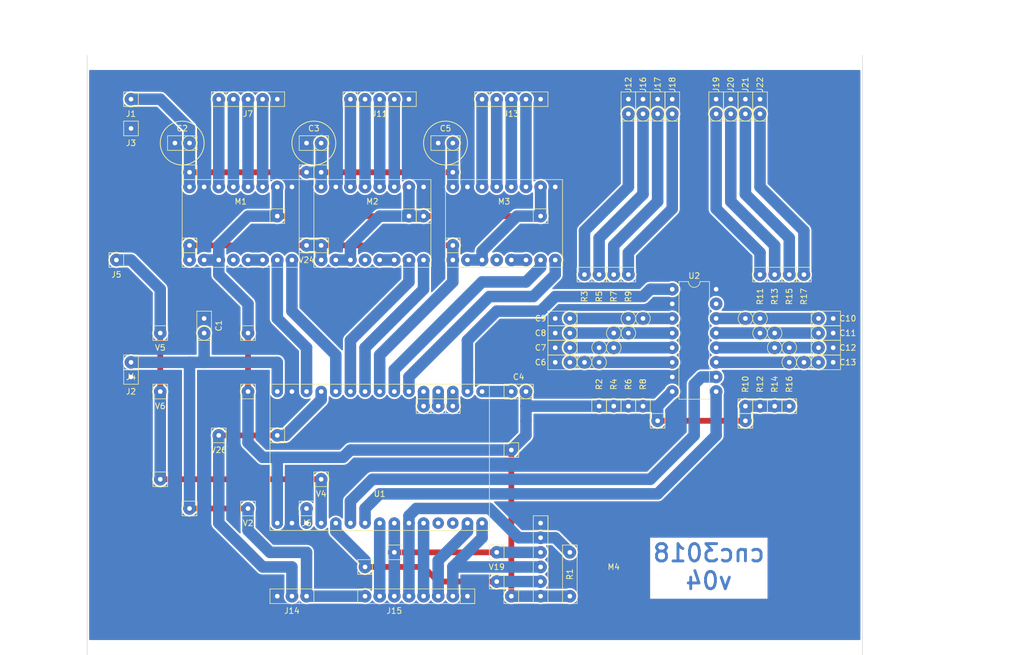
<source format=kicad_pcb>
(kicad_pcb (version 20171130) (host pcbnew "(5.1.6)-1")
  (layers (0 F.Cu signal) (31 B.Cu signal) (34 B.Paste user hide) (35 F.Paste user hide) (36 B.SilkS user hide) (37 F.SilkS user hide) (38 B.Mask user) (39 F.Mask user hide) (44 Edge.Cuts user))
  (net 0 "")
  (net 1 "Net-(C1-Pad1)")
  (net 2 "Net-(C1-Pad2)")
  (net 3 "Net-(C2-Pad1)")
  (net 4 "Net-(C4-Pad1)")
  (net 5 "Net-(C4-Pad2)")
  (net 6 "Net-(C6-Pad1)")
  (net 7 "Net-(C7-Pad1)")
  (net 8 "Net-(C8-Pad1)")
  (net 9 "Net-(C9-Pad1)")
  (net 10 "Net-(C10-Pad1)")
  (net 11 "Net-(C11-Pad1)")
  (net 12 "Net-(C12-Pad1)")
  (net 13 "Net-(C13-Pad1)")
  (net 14 "Net-(J5-Pad1)")
  (net 15 "Net-(J6-Pad1)")
  (net 16 "Net-(J7-Pad1)")
  (net 17 "Net-(J7-Pad2)")
  (net 18 "Net-(J7-Pad3)")
  (net 19 "Net-(J7-Pad4)")
  (net 20 "Net-(J8-Pad1)")
  (net 21 "Net-(J9-Pad1)")
  (net 22 "Net-(J10-Pad1)")
  (net 23 "Net-(J11-Pad4)")
  (net 24 "Net-(J11-Pad3)")
  (net 25 "Net-(J11-Pad2)")
  (net 26 "Net-(J11-Pad1)")
  (net 27 "Net-(J12-Pad1)")
  (net 28 "Net-(J13-Pad1)")
  (net 29 "Net-(J13-Pad2)")
  (net 30 "Net-(J13-Pad3)")
  (net 31 "Net-(J13-Pad4)")
  (net 32 "Net-(J14-Pad2)")
  (net 33 "Net-(J15-Pad2)")
  (net 34 "Net-(J15-Pad3)")
  (net 35 "Net-(J15-Pad4)")
  (net 36 "Net-(J15-Pad5)")
  (net 37 "Net-(J15-Pad6)")
  (net 38 "Net-(J15-Pad7)")
  (net 39 "Net-(J16-Pad1)")
  (net 40 "Net-(J17-Pad1)")
  (net 41 "Net-(J18-Pad1)")
  (net 42 "Net-(J19-Pad1)")
  (net 43 "Net-(J20-Pad1)")
  (net 44 "Net-(J21-Pad1)")
  (net 45 "Net-(J22-Pad1)")
  (net 46 "Net-(M1-Pad1)")
  (net 47 "Net-(M1-Pad2)")
  (net 48 "Net-(M1-Pad3)")
  (net 49 "Net-(M1-Pad5)")
  (net 50 "Net-(M1-Pad8)")
  (net 51 "Net-(M2-Pad1)")
  (net 52 "Net-(M2-Pad2)")
  (net 53 "Net-(M2-Pad3)")
  (net 54 "Net-(M2-Pad5)")
  (net 55 "Net-(M3-Pad5)")
  (net 56 "Net-(M3-Pad3)")
  (net 57 "Net-(M3-Pad2)")
  (net 58 "Net-(M3-Pad1)")
  (net 59 "Net-(M4-Pad5)")
  (net 60 "Net-(U1-Pad14)")
  (net 61 "Net-(U1-Pad18)")
  (net 62 "Net-(U1-Pad19)")
  (net 63 "Net-(U1-Pad24)")
  (net 64 "Net-(U1-Pad25)")
  (net 65 "Net-(U2-Pad15)")
  (module cnc3018-PCB:my2pin (layer F.Cu) (at 22.86 -53.34 90)
    (fp_text reference C1 (at 1.27 2.54 90) (layer F.SilkS))
    (fp_text value 33uf)
    (pad 1 thru_hole circle (at 0 0 90) (size 2.2 2.2) (drill 0.8) (layers *.Cu *.Mask) (net 1 "Net-(C1-Pad1)"))
    (pad 2 thru_hole circle (at 2.54 0 90) (size 2.2 2.2) (drill 0.8) (layers *.Cu *.Mask) (net 2 "Net-(C1-Pad2)"))
  )
  (module cnc3018-PCB:my2pin (layer F.Cu) (at 20.32 -86.36 180)
    (fp_text reference C2 (at 1.27 2.54) (layer F.SilkS))
    (fp_text value 100uf)
    (pad 1 thru_hole circle (at 0 0 180) (size 2.2 2.2) (drill 0.8) (layers *.Cu *.Mask) (net 3 "Net-(C2-Pad1)"))
    (pad 2 thru_hole circle (at 2.54 0 180) (size 2.2 2.2) (drill 0.8) (layers *.Cu *.Mask) (net 2 "Net-(C1-Pad2)"))
  )
  (module cnc3018-PCB:my2pin (layer F.Cu) (at 43.18 -86.36 180)
    (fp_text reference C3 (at 1.27 2.54) (layer F.SilkS))
    (fp_text value 100uf)
    (pad 2 thru_hole circle (at 2.54 0 180) (size 2.2 2.2) (drill 0.8) (layers *.Cu *.Mask) (net 2 "Net-(C1-Pad2)"))
    (pad 1 thru_hole circle (at 0 0 180) (size 2.2 2.2) (drill 0.8) (layers *.Cu *.Mask) (net 3 "Net-(C2-Pad1)"))
  )
  (module cnc3018-PCB:my2pin (layer F.Cu) (at 78.74 -43.18 180)
    (fp_text reference C4 (at 1.27 2.54) (layer F.SilkS))
    (fp_text value 10uF)
    (pad 1 thru_hole circle (at 0 0 180) (size 2.2 2.2) (drill 0.8) (layers *.Cu *.Mask) (net 4 "Net-(C4-Pad1)"))
    (pad 2 thru_hole circle (at 2.54 0 180) (size 2.2 2.2) (drill 0.8) (layers *.Cu *.Mask) (net 5 "Net-(C4-Pad2)"))
  )
  (module cnc3018-PCB:my2pin (layer F.Cu) (at 66.04 -86.36 180)
    (fp_text reference C5 (at 1.27 2.54) (layer F.SilkS))
    (fp_text value 100uf)
    (pad 1 thru_hole circle (at 0 0 180) (size 2.2 2.2) (drill 0.8) (layers *.Cu *.Mask) (net 3 "Net-(C2-Pad1)"))
    (pad 2 thru_hole circle (at 2.54 0 180) (size 2.2 2.2) (drill 0.8) (layers *.Cu *.Mask) (net 2 "Net-(C1-Pad2)"))
  )
  (module cnc3018-PCB:my2pin (layer F.Cu) (at 86.36 -48.26 180)
    (fp_text reference C6 (at 5.08 0) (layer F.SilkS))
    (fp_text value 100nf)
    (pad 1 thru_hole circle (at 0 0 180) (size 2.2 2.2) (drill 0.8) (layers *.Cu *.Mask) (net 6 "Net-(C6-Pad1)"))
    (pad 2 thru_hole circle (at 2.54 0 180) (size 2.2 2.2) (drill 0.8) (layers *.Cu *.Mask) (net 2 "Net-(C1-Pad2)"))
  )
  (module cnc3018-PCB:my2pin (layer F.Cu) (at 86.36 -50.8 180)
    (fp_text reference C7 (at 5.08 0) (layer F.SilkS))
    (fp_text value 100nf)
    (pad 2 thru_hole circle (at 2.54 0 180) (size 2.2 2.2) (drill 0.8) (layers *.Cu *.Mask) (net 2 "Net-(C1-Pad2)"))
    (pad 1 thru_hole circle (at 0 0 180) (size 2.2 2.2) (drill 0.8) (layers *.Cu *.Mask) (net 7 "Net-(C7-Pad1)"))
  )
  (module cnc3018-PCB:my2pin (layer F.Cu) (at 86.36 -53.34 180)
    (fp_text reference C8 (at 5.08 0) (layer F.SilkS))
    (fp_text value 100nf)
    (pad 1 thru_hole circle (at 0 0 180) (size 2.2 2.2) (drill 0.8) (layers *.Cu *.Mask) (net 8 "Net-(C8-Pad1)"))
    (pad 2 thru_hole circle (at 2.54 0 180) (size 2.2 2.2) (drill 0.8) (layers *.Cu *.Mask) (net 2 "Net-(C1-Pad2)"))
  )
  (module cnc3018-PCB:my2pin (layer F.Cu) (at 86.36 -55.88 180)
    (fp_text reference C9 (at 5.08 0) (layer F.SilkS))
    (fp_text value 100nf)
    (pad 2 thru_hole circle (at 2.54 0 180) (size 2.2 2.2) (drill 0.8) (layers *.Cu *.Mask) (net 2 "Net-(C1-Pad2)"))
    (pad 1 thru_hole circle (at 0 0 180) (size 2.2 2.2) (drill 0.8) (layers *.Cu *.Mask) (net 9 "Net-(C9-Pad1)"))
  )
  (module cnc3018-PCB:my2pin (layer F.Cu) (at 129.54 -55.88)
    (fp_text reference C10 (at 5.08 0) (layer F.SilkS))
    (fp_text value 100nf)
    (pad 1 thru_hole circle (at 0 0) (size 2.2 2.2) (drill 0.8) (layers *.Cu *.Mask) (net 10 "Net-(C10-Pad1)"))
    (pad 2 thru_hole circle (at 2.54 0) (size 2.2 2.2) (drill 0.8) (layers *.Cu *.Mask) (net 2 "Net-(C1-Pad2)"))
  )
  (module cnc3018-PCB:my2pin (layer F.Cu) (at 129.54 -53.34)
    (fp_text reference C11 (at 5.08 0) (layer F.SilkS))
    (fp_text value 100nf)
    (pad 2 thru_hole circle (at 2.54 0) (size 2.2 2.2) (drill 0.8) (layers *.Cu *.Mask) (net 2 "Net-(C1-Pad2)"))
    (pad 1 thru_hole circle (at 0 0) (size 2.2 2.2) (drill 0.8) (layers *.Cu *.Mask) (net 11 "Net-(C11-Pad1)"))
  )
  (module cnc3018-PCB:my2pin (layer F.Cu) (at 129.54 -50.8)
    (fp_text reference C12 (at 5.08 0) (layer F.SilkS))
    (fp_text value 100nf)
    (pad 1 thru_hole circle (at 0 0) (size 2.2 2.2) (drill 0.8) (layers *.Cu *.Mask) (net 12 "Net-(C12-Pad1)"))
    (pad 2 thru_hole circle (at 2.54 0) (size 2.2 2.2) (drill 0.8) (layers *.Cu *.Mask) (net 2 "Net-(C1-Pad2)"))
  )
  (module cnc3018-PCB:my2pin (layer F.Cu) (at 129.54 -48.26)
    (fp_text reference C13 (at 5.08 0) (layer F.SilkS))
    (fp_text value 100nf)
    (pad 2 thru_hole circle (at 2.54 0) (size 2.2 2.2) (drill 0.8) (layers *.Cu *.Mask) (net 2 "Net-(C1-Pad2)"))
    (pad 1 thru_hole circle (at 0 0) (size 2.2 2.2) (drill 0.8) (layers *.Cu *.Mask) (net 13 "Net-(C13-Pad1)"))
  )
  (module cnc3018-PCB:my1pin (layer F.Cu) (at 10.16 -93.98)
    (fp_text reference J1 (at 0 2.54) (layer F.SilkS))
    (fp_text value 24V)
    (pad 1 thru_hole circle (at 0 0) (size 2.2 2.2) (drill 0.8) (layers *.Cu *.Mask) (net 3 "Net-(C2-Pad1)"))
  )
  (module cnc3018-PCB:my1pin (layer F.Cu) (at 10.16 -45.72)
    (fp_text reference J2 (at 0 2.54) (layer F.SilkS))
    (fp_text value GND)
    (pad 1 thru_hole circle (at 0 0) (size 2.2 2.2) (drill 0.8) (layers *.Cu *.Mask) (net 2 "Net-(C1-Pad2)"))
  )
  (module cnc3018-PCB:my1pin (layer F.Cu) (at 10.16 -88.9)
    (fp_text reference J3 (at 0 2.54) (layer F.SilkS))
    (fp_text value GND)
    (pad 1 thru_hole circle (at 0 0) (size 2.2 2.2) (drill 0.8) (layers *.Cu *.Mask) (net 2 "Net-(C1-Pad2)"))
  )
  (module cnc3018-PCB:my1pin (layer F.Cu) (at 10.16 -48.26)
    (fp_text reference J4 (at 0 2.54) (layer F.SilkS))
    (fp_text value 5V)
    (pad 1 thru_hole circle (at 0 0) (size 2.2 2.2) (drill 0.8) (layers *.Cu *.Mask) (net 1 "Net-(C1-Pad1)"))
  )
  (module cnc3018-PCB:my1pin (layer F.Cu) (at 7.62 -66.04)
    (fp_text reference J5 (at 0 2.54) (layer F.SilkS))
    (fp_text value SPIN)
    (pad 1 thru_hole circle (at 0 0) (size 2.2 2.2) (drill 0.8) (layers *.Cu *.Mask) (net 14 "Net-(J5-Pad1)"))
  )
  (module cnc3018-PCB:my1pin (layer F.Cu) (at 40.64 -22.86)
    (fp_text reference J6 (at 0 2.54) (layer F.SilkS))
    (fp_text value bbb hide)
    (pad 1 thru_hole circle (at 0 0) (size 2.2 2.2) (drill 0.8) (layers *.Cu *.Mask) (net 15 "Net-(J6-Pad1)"))
  )
  (module cnc3018-PCB:my5Pin (layer F.Cu) (at 30.48 -93.98)
    (fp_text reference J7 (at 0 2.54) (layer F.SilkS))
    (fp_text value X)
    (pad 1 thru_hole circle (at -5.08 0) (size 2.2 2.2) (drill 0.8) (layers *.Cu *.Mask) (net 16 "Net-(J7-Pad1)"))
    (pad 2 thru_hole circle (at -2.54 0) (size 2.2 2.2) (drill 0.8) (layers *.Cu *.Mask) (net 17 "Net-(J7-Pad2)"))
    (pad 3 thru_hole circle (at 0 0) (size 2.2 2.2) (drill 0.8) (layers *.Cu *.Mask) (net 18 "Net-(J7-Pad3)"))
    (pad 4 thru_hole circle (at 2.54 0) (size 2.2 2.2) (drill 0.8) (layers *.Cu *.Mask) (net 19 "Net-(J7-Pad4)"))
    (pad 5 thru_hole circle (at 5.08 0) (size 2.2 2.2) (drill 0.8) (layers *.Cu *.Mask) (net 2 "Net-(C1-Pad2)"))
  )
  (module cnc3018-PCB:my1pin (layer F.Cu) (at 60.96 -40.64)
    (fp_text reference J8 hide)
    (fp_text value bbb hide)
    (pad 1 thru_hole circle (at 0 0) (size 2.2 2.2) (drill 0.8) (layers *.Cu *.Mask) (net 20 "Net-(J8-Pad1)"))
  )
  (module cnc3018-PCB:my1pin (layer F.Cu) (at 63.5 -40.64)
    (fp_text reference J9 hide)
    (fp_text value bbb hide)
    (pad 1 thru_hole circle (at 0 0) (size 2.2 2.2) (drill 0.8) (layers *.Cu *.Mask) (net 21 "Net-(J9-Pad1)"))
  )
  (module cnc3018-PCB:my1pin (layer F.Cu) (at 66.04 -40.64)
    (fp_text reference J10 hide)
    (fp_text value bbb hide)
    (pad 1 thru_hole circle (at 0 0) (size 2.2 2.2) (drill 0.8) (layers *.Cu *.Mask) (net 22 "Net-(J10-Pad1)"))
  )
  (module cnc3018-PCB:my5Pin (layer F.Cu) (at 53.34 -93.98)
    (fp_text reference J11 (at 0 2.54) (layer F.SilkS))
    (fp_text value Y)
    (pad 5 thru_hole circle (at 5.08 0) (size 2.2 2.2) (drill 0.8) (layers *.Cu *.Mask) (net 2 "Net-(C1-Pad2)"))
    (pad 4 thru_hole circle (at 2.54 0) (size 2.2 2.2) (drill 0.8) (layers *.Cu *.Mask) (net 23 "Net-(J11-Pad4)"))
    (pad 3 thru_hole circle (at 0 0) (size 2.2 2.2) (drill 0.8) (layers *.Cu *.Mask) (net 24 "Net-(J11-Pad3)"))
    (pad 2 thru_hole circle (at -2.54 0) (size 2.2 2.2) (drill 0.8) (layers *.Cu *.Mask) (net 25 "Net-(J11-Pad2)"))
    (pad 1 thru_hole circle (at -5.08 0) (size 2.2 2.2) (drill 0.8) (layers *.Cu *.Mask) (net 26 "Net-(J11-Pad1)"))
  )
  (module cnc3018-PCB:my2pin (layer F.Cu) (at 96.52 -91.44 90)
    (fp_text reference J12 (at 5.08 0 90) (layer F.SilkS))
    (fp_text value X_ZERO)
    (pad 2 thru_hole circle (at 2.54 0 90) (size 2.2 2.2) (drill 0.8) (layers *.Cu *.Mask) (net 2 "Net-(C1-Pad2)"))
    (pad 1 thru_hole circle (at 0 0 90) (size 2.2 2.2) (drill 0.8) (layers *.Cu *.Mask) (net 27 "Net-(J12-Pad1)"))
  )
  (module cnc3018-PCB:my5Pin (layer F.Cu) (at 76.2 -93.98)
    (fp_text reference J13 (at 0 2.54) (layer F.SilkS))
    (fp_text value Z)
    (pad 1 thru_hole circle (at -5.08 0) (size 2.2 2.2) (drill 0.8) (layers *.Cu *.Mask) (net 28 "Net-(J13-Pad1)"))
    (pad 2 thru_hole circle (at -2.54 0) (size 2.2 2.2) (drill 0.8) (layers *.Cu *.Mask) (net 29 "Net-(J13-Pad2)"))
    (pad 3 thru_hole circle (at 0 0) (size 2.2 2.2) (drill 0.8) (layers *.Cu *.Mask) (net 30 "Net-(J13-Pad3)"))
    (pad 4 thru_hole circle (at 2.54 0) (size 2.2 2.2) (drill 0.8) (layers *.Cu *.Mask) (net 31 "Net-(J13-Pad4)"))
    (pad 5 thru_hole circle (at 5.08 0) (size 2.2 2.2) (drill 0.8) (layers *.Cu *.Mask) (net 2 "Net-(C1-Pad2)"))
  )
  (module cnc3018-PCB:my3pin (layer F.Cu) (at 38.1 -7.62 180)
    (fp_text reference J14 (at 0 -2.54) (layer F.SilkS))
    (fp_text value "WS2812B Strip")
    (pad 1 thru_hole circle (at -2.54 0 180) (size 2.2 2.2) (drill 0.8) (layers *.Cu *.Mask) (net 1 "Net-(C1-Pad1)"))
    (pad 2 thru_hole circle (at 0 0 180) (size 2.2 2.2) (drill 0.8) (layers *.Cu *.Mask) (net 32 "Net-(J14-Pad2)"))
    (pad 3 thru_hole circle (at 2.54 0 180) (size 2.2 2.2) (drill 0.8) (layers *.Cu *.Mask) (net 2 "Net-(C1-Pad2)"))
  )
  (module cnc3018-PCB:my8Pin (layer F.Cu) (at 60.96 -7.62 180)
    (fp_text reference J15 (at 5.08 -2.54) (layer F.SilkS))
    (fp_text value Display)
    (pad 1 thru_hole circle (at -7.62 0 180) (size 2.2 2.2) (drill 0.8) (layers *.Cu *.Mask) (net 2 "Net-(C1-Pad2)"))
    (pad 2 thru_hole circle (at -5.08 0 180) (size 2.2 2.2) (drill 0.8) (layers *.Cu *.Mask) (net 33 "Net-(J15-Pad2)"))
    (pad 3 thru_hole circle (at -2.54 0 180) (size 2.2 2.2) (drill 0.8) (layers *.Cu *.Mask) (net 34 "Net-(J15-Pad3)"))
    (pad 4 thru_hole circle (at 0 0 180) (size 2.2 2.2) (drill 0.8) (layers *.Cu *.Mask) (net 35 "Net-(J15-Pad4)"))
    (pad 5 thru_hole circle (at 2.54 0 180) (size 2.2 2.2) (drill 0.8) (layers *.Cu *.Mask) (net 36 "Net-(J15-Pad5)"))
    (pad 6 thru_hole circle (at 5.08 0 180) (size 2.2 2.2) (drill 0.8) (layers *.Cu *.Mask) (net 37 "Net-(J15-Pad6)"))
    (pad 7 thru_hole circle (at 7.62 0 180) (size 2.2 2.2) (drill 0.8) (layers *.Cu *.Mask) (net 38 "Net-(J15-Pad7)"))
    (pad 8 thru_hole circle (at 10.16 0 180) (size 2.2 2.2) (drill 0.8) (layers *.Cu *.Mask) (net 1 "Net-(C1-Pad1)"))
  )
  (module cnc3018-PCB:my2pin (layer F.Cu) (at 99.06 -91.44 90)
    (fp_text reference J16 (at 5.08 0 90) (layer F.SilkS))
    (fp_text value X_LIM)
    (pad 1 thru_hole circle (at 0 0 90) (size 2.2 2.2) (drill 0.8) (layers *.Cu *.Mask) (net 39 "Net-(J16-Pad1)"))
    (pad 2 thru_hole circle (at 2.54 0 90) (size 2.2 2.2) (drill 0.8) (layers *.Cu *.Mask) (net 2 "Net-(C1-Pad2)"))
  )
  (module cnc3018-PCB:my2pin (layer F.Cu) (at 101.6 -91.44 90)
    (fp_text reference J17 (at 5.08 0 90) (layer F.SilkS))
    (fp_text value Y_ZERO)
    (pad 2 thru_hole circle (at 2.54 0 90) (size 2.2 2.2) (drill 0.8) (layers *.Cu *.Mask) (net 2 "Net-(C1-Pad2)"))
    (pad 1 thru_hole circle (at 0 0 90) (size 2.2 2.2) (drill 0.8) (layers *.Cu *.Mask) (net 40 "Net-(J17-Pad1)"))
  )
  (module cnc3018-PCB:my2pin (layer F.Cu) (at 104.14 -91.44 90)
    (fp_text reference J18 (at 5.08 0 90) (layer F.SilkS))
    (fp_text value Y_LIM)
    (pad 2 thru_hole circle (at 2.54 0 90) (size 2.2 2.2) (drill 0.8) (layers *.Cu *.Mask) (net 2 "Net-(C1-Pad2)"))
    (pad 1 thru_hole circle (at 0 0 90) (size 2.2 2.2) (drill 0.8) (layers *.Cu *.Mask) (net 41 "Net-(J18-Pad1)"))
  )
  (module cnc3018-PCB:my2pin (layer F.Cu) (at 111.76 -91.44 90)
    (fp_text reference J19 (at 5.08 0 90) (layer F.SilkS))
    (fp_text value Z_ZERO)
    (pad 2 thru_hole circle (at 2.54 0 90) (size 2.2 2.2) (drill 0.8) (layers *.Cu *.Mask) (net 2 "Net-(C1-Pad2)"))
    (pad 1 thru_hole circle (at 0 0 90) (size 2.2 2.2) (drill 0.8) (layers *.Cu *.Mask) (net 42 "Net-(J19-Pad1)"))
  )
  (module cnc3018-PCB:my2pin (layer F.Cu) (at 114.3 -91.44 90)
    (fp_text reference J20 (at 5.08 0 90) (layer F.SilkS))
    (fp_text value Z_LIM)
    (pad 1 thru_hole circle (at 0 0 90) (size 2.2 2.2) (drill 0.8) (layers *.Cu *.Mask) (net 43 "Net-(J20-Pad1)"))
    (pad 2 thru_hole circle (at 2.54 0 90) (size 2.2 2.2) (drill 0.8) (layers *.Cu *.Mask) (net 2 "Net-(C1-Pad2)"))
  )
  (module cnc3018-PCB:my2pin (layer F.Cu) (at 116.84 -91.44 90)
    (fp_text reference J21 (at 5.08 0 90) (layer F.SilkS))
    (fp_text value PROBE)
    (pad 1 thru_hole circle (at 0 0 90) (size 2.2 2.2) (drill 0.8) (layers *.Cu *.Mask) (net 44 "Net-(J21-Pad1)"))
    (pad 2 thru_hole circle (at 2.54 0 90) (size 2.2 2.2) (drill 0.8) (layers *.Cu *.Mask) (net 2 "Net-(C1-Pad2)"))
  )
  (module cnc3018-PCB:my2pin (layer F.Cu) (at 119.38 -91.44 90)
    (fp_text reference J22 (at 5.08 0 90) (layer F.SilkS))
    (fp_text value UNUSED)
    (pad 2 thru_hole circle (at 2.54 0 90) (size 2.2 2.2) (drill 0.8) (layers *.Cu *.Mask) (net 2 "Net-(C1-Pad2)"))
    (pad 1 thru_hole circle (at 0 0 90) (size 2.2 2.2) (drill 0.8) (layers *.Cu *.Mask) (net 45 "Net-(J22-Pad1)"))
  )
  (module cnc3018-PCB:a498 (layer F.Cu) (at 30.48 -71.12 180)
    (fp_text reference M1 (at 1.27 5.08) (layer F.SilkS))
    (fp_text value A4988 hide)
    (pad 1 thru_hole circle (at -7.62 -5.08 180) (size 2.2 2.2) (drill 0.8) (layers *.Cu *.Mask) (net 46 "Net-(M1-Pad1)"))
    (pad 2 thru_hole circle (at -5.08 -5.08 180) (size 2.2 2.2) (drill 0.8) (layers *.Cu *.Mask) (net 47 "Net-(M1-Pad2)"))
    (pad 3 thru_hole circle (at -2.54 -5.08 180) (size 2.2 2.2) (drill 0.8) (layers *.Cu *.Mask) (net 48 "Net-(M1-Pad3)"))
    (pad 4 thru_hole circle (at 0 -5.08 180) (size 2.2 2.2) (drill 0.8) (layers *.Cu *.Mask) (net 48 "Net-(M1-Pad3)"))
    (pad 5 thru_hole circle (at 2.54 -5.08 180) (size 2.2 2.2) (drill 0.8) (layers *.Cu *.Mask) (net 49 "Net-(M1-Pad5)"))
    (pad 6 thru_hole circle (at 5.08 -5.08 180) (size 2.2 2.2) (drill 0.8) (layers *.Cu *.Mask) (net 4 "Net-(C4-Pad1)"))
    (pad 7 thru_hole circle (at 7.62 -5.08 180) (size 2.2 2.2) (drill 0.8) (layers *.Cu *.Mask) (net 4 "Net-(C4-Pad1)"))
    (pad 8 thru_hole circle (at 10.16 -5.08 180) (size 2.2 2.2) (drill 0.8) (layers *.Cu *.Mask) (net 50 "Net-(M1-Pad8)"))
    (pad 16 thru_hole circle (at -7.62 7.62 180) (size 2.2 2.2) (drill 0.8) (layers *.Cu *.Mask) (net 2 "Net-(C1-Pad2)"))
    (pad 15 thru_hole circle (at -5.08 7.62 180) (size 2.2 2.2) (drill 0.8) (layers *.Cu *.Mask) (net 4 "Net-(C4-Pad1)"))
    (pad 14 thru_hole circle (at -2.54 7.62 180) (size 2.2 2.2) (drill 0.8) (layers *.Cu *.Mask) (net 19 "Net-(J7-Pad4)"))
    (pad 13 thru_hole circle (at 0 7.62 180) (size 2.2 2.2) (drill 0.8) (layers *.Cu *.Mask) (net 18 "Net-(J7-Pad3)"))
    (pad 12 thru_hole circle (at 2.54 7.62 180) (size 2.2 2.2) (drill 0.8) (layers *.Cu *.Mask) (net 17 "Net-(J7-Pad2)"))
    (pad 11 thru_hole circle (at 5.08 7.62 180) (size 2.2 2.2) (drill 0.8) (layers *.Cu *.Mask) (net 16 "Net-(J7-Pad1)"))
    (pad 10 thru_hole circle (at 7.62 7.62 180) (size 2.2 2.2) (drill 0.8) (layers *.Cu *.Mask) (net 2 "Net-(C1-Pad2)"))
    (pad 9 thru_hole circle (at 10.16 7.62 180) (size 2.2 2.2) (drill 0.8) (layers *.Cu *.Mask) (net 3 "Net-(C2-Pad1)"))
  )
  (module cnc3018-PCB:a498 (layer F.Cu) (at 53.34 -71.12 180)
    (fp_text reference M2 (at 1.27 5.08) (layer F.SilkS))
    (fp_text value A4988 hide)
    (pad 1 thru_hole circle (at -7.62 -5.08 180) (size 2.2 2.2) (drill 0.8) (layers *.Cu *.Mask) (net 51 "Net-(M2-Pad1)"))
    (pad 2 thru_hole circle (at -5.08 -5.08 180) (size 2.2 2.2) (drill 0.8) (layers *.Cu *.Mask) (net 52 "Net-(M2-Pad2)"))
    (pad 3 thru_hole circle (at -2.54 -5.08 180) (size 2.2 2.2) (drill 0.8) (layers *.Cu *.Mask) (net 53 "Net-(M2-Pad3)"))
    (pad 4 thru_hole circle (at 0 -5.08 180) (size 2.2 2.2) (drill 0.8) (layers *.Cu *.Mask) (net 53 "Net-(M2-Pad3)"))
    (pad 5 thru_hole circle (at 2.54 -5.08 180) (size 2.2 2.2) (drill 0.8) (layers *.Cu *.Mask) (net 54 "Net-(M2-Pad5)"))
    (pad 6 thru_hole circle (at 5.08 -5.08 180) (size 2.2 2.2) (drill 0.8) (layers *.Cu *.Mask) (net 4 "Net-(C4-Pad1)"))
    (pad 7 thru_hole circle (at 7.62 -5.08 180) (size 2.2 2.2) (drill 0.8) (layers *.Cu *.Mask) (net 4 "Net-(C4-Pad1)"))
    (pad 8 thru_hole circle (at 10.16 -5.08 180) (size 2.2 2.2) (drill 0.8) (layers *.Cu *.Mask) (net 50 "Net-(M1-Pad8)"))
    (pad 16 thru_hole circle (at -7.62 7.62 180) (size 2.2 2.2) (drill 0.8) (layers *.Cu *.Mask) (net 2 "Net-(C1-Pad2)"))
    (pad 15 thru_hole circle (at -5.08 7.62 180) (size 2.2 2.2) (drill 0.8) (layers *.Cu *.Mask) (net 4 "Net-(C4-Pad1)"))
    (pad 14 thru_hole circle (at -2.54 7.62 180) (size 2.2 2.2) (drill 0.8) (layers *.Cu *.Mask) (net 23 "Net-(J11-Pad4)"))
    (pad 13 thru_hole circle (at 0 7.62 180) (size 2.2 2.2) (drill 0.8) (layers *.Cu *.Mask) (net 24 "Net-(J11-Pad3)"))
    (pad 12 thru_hole circle (at 2.54 7.62 180) (size 2.2 2.2) (drill 0.8) (layers *.Cu *.Mask) (net 25 "Net-(J11-Pad2)"))
    (pad 11 thru_hole circle (at 5.08 7.62 180) (size 2.2 2.2) (drill 0.8) (layers *.Cu *.Mask) (net 26 "Net-(J11-Pad1)"))
    (pad 10 thru_hole circle (at 7.62 7.62 180) (size 2.2 2.2) (drill 0.8) (layers *.Cu *.Mask) (net 2 "Net-(C1-Pad2)"))
    (pad 9 thru_hole circle (at 10.16 7.62 180) (size 2.2 2.2) (drill 0.8) (layers *.Cu *.Mask) (net 3 "Net-(C2-Pad1)"))
  )
  (module cnc3018-PCB:a498 (layer F.Cu) (at 76.2 -71.12 180)
    (fp_text reference M3 (at 1.27 5.08) (layer F.SilkS))
    (fp_text value A4988)
    (pad 9 thru_hole circle (at 10.16 7.62 180) (size 2.2 2.2) (drill 0.8) (layers *.Cu *.Mask) (net 3 "Net-(C2-Pad1)"))
    (pad 10 thru_hole circle (at 7.62 7.62 180) (size 2.2 2.2) (drill 0.8) (layers *.Cu *.Mask) (net 2 "Net-(C1-Pad2)"))
    (pad 11 thru_hole circle (at 5.08 7.62 180) (size 2.2 2.2) (drill 0.8) (layers *.Cu *.Mask) (net 28 "Net-(J13-Pad1)"))
    (pad 12 thru_hole circle (at 2.54 7.62 180) (size 2.2 2.2) (drill 0.8) (layers *.Cu *.Mask) (net 29 "Net-(J13-Pad2)"))
    (pad 13 thru_hole circle (at 0 7.62 180) (size 2.2 2.2) (drill 0.8) (layers *.Cu *.Mask) (net 30 "Net-(J13-Pad3)"))
    (pad 14 thru_hole circle (at -2.54 7.62 180) (size 2.2 2.2) (drill 0.8) (layers *.Cu *.Mask) (net 31 "Net-(J13-Pad4)"))
    (pad 15 thru_hole circle (at -5.08 7.62 180) (size 2.2 2.2) (drill 0.8) (layers *.Cu *.Mask) (net 4 "Net-(C4-Pad1)"))
    (pad 16 thru_hole circle (at -7.62 7.62 180) (size 2.2 2.2) (drill 0.8) (layers *.Cu *.Mask) (net 2 "Net-(C1-Pad2)"))
    (pad 8 thru_hole circle (at 10.16 -5.08 180) (size 2.2 2.2) (drill 0.8) (layers *.Cu *.Mask) (net 50 "Net-(M1-Pad8)"))
    (pad 7 thru_hole circle (at 7.62 -5.08 180) (size 2.2 2.2) (drill 0.8) (layers *.Cu *.Mask) (net 4 "Net-(C4-Pad1)"))
    (pad 6 thru_hole circle (at 5.08 -5.08 180) (size 2.2 2.2) (drill 0.8) (layers *.Cu *.Mask) (net 4 "Net-(C4-Pad1)"))
    (pad 5 thru_hole circle (at 2.54 -5.08 180) (size 2.2 2.2) (drill 0.8) (layers *.Cu *.Mask) (net 55 "Net-(M3-Pad5)"))
    (pad 4 thru_hole circle (at 0 -5.08 180) (size 2.2 2.2) (drill 0.8) (layers *.Cu *.Mask) (net 56 "Net-(M3-Pad3)"))
    (pad 3 thru_hole circle (at -2.54 -5.08 180) (size 2.2 2.2) (drill 0.8) (layers *.Cu *.Mask) (net 56 "Net-(M3-Pad3)"))
    (pad 2 thru_hole circle (at -5.08 -5.08 180) (size 2.2 2.2) (drill 0.8) (layers *.Cu *.Mask) (net 57 "Net-(M3-Pad2)"))
    (pad 1 thru_hole circle (at -7.62 -5.08 180) (size 2.2 2.2) (drill 0.8) (layers *.Cu *.Mask) (net 58 "Net-(M3-Pad1)"))
  )
  (module cnc3018-PCB:my6Pin (layer F.Cu) (at 81.28 -20.32 270)
    (fp_text reference M4 (at 7.62 -12.7 180) (layer F.SilkS))
    (fp_text value SD_TYP0)
    (pad 1 thru_hole circle (at 0 0 270) (size 2.2 2.2) (drill 0.8) (layers *.Cu *.Mask) (net 2 "Net-(C1-Pad2)"))
    (pad 2 thru_hole circle (at 2.54 0 270) (size 2.2 2.2) (drill 0.8) (layers *.Cu *.Mask) (net 36 "Net-(J15-Pad5)"))
    (pad 3 thru_hole circle (at 5.08 0 270) (size 2.2 2.2) (drill 0.8) (layers *.Cu *.Mask) (net 37 "Net-(J15-Pad6)"))
    (pad 4 thru_hole circle (at 7.62 0 270) (size 2.2 2.2) (drill 0.8) (layers *.Cu *.Mask) (net 33 "Net-(J15-Pad2)"))
    (pad 5 thru_hole circle (at 10.16 0 270) (size 2.2 2.2) (drill 0.8) (layers *.Cu *.Mask) (net 59 "Net-(M4-Pad5)"))
    (pad 6 thru_hole circle (at 12.7 0 270) (size 2.2 2.2) (drill 0.8) (layers *.Cu *.Mask) (net 4 "Net-(C4-Pad1)"))
  )
  (module cnc3018-PCB:myResistor (layer F.Cu) (at 86.36 -7.62 90)
    (fp_text reference R1 (at 3.81 0 90) (layer F.SilkS))
    (fp_text value 10K)
    (pad 1 thru_hole circle (at 0 0 90) (size 2.2 2.2) (drill 0.8) (layers *.Cu *.Mask) (net 4 "Net-(C4-Pad1)"))
    (pad 2 thru_hole circle (at 7.62 0 90) (size 2.2 2.2) (drill 0.8) (layers *.Cu *.Mask) (net 36 "Net-(J15-Pad5)"))
  )
  (module cnc3018-PCB:mySkip2 (layer F.Cu) (at 91.44 -40.64 90)
    (fp_text reference R2 (at 3.81 0 90) (layer F.SilkS))
    (fp_text value 10K)
    (pad 1 thru_hole circle (at 0 0 90) (size 2.2 2.2) (drill 0.8) (layers *.Cu *.Mask) (net 4 "Net-(C4-Pad1)"))
    (pad 2 thru_hole circle (at 7.62 0 90) (size 2.2 2.2) (drill 0.8) (layers *.Cu *.Mask) (net 6 "Net-(C6-Pad1)"))
  )
  (module cnc3018-PCB:mySkip5 (layer F.Cu) (at 88.9 -63.5 270)
    (fp_text reference R3 (at 3.81 0 90) (layer F.SilkS))
    (fp_text value 100)
    (pad 2 thru_hole circle (at 15.24 0 270) (size 2.2 2.2) (drill 0.8) (layers *.Cu *.Mask) (net 6 "Net-(C6-Pad1)"))
    (pad 1 thru_hole circle (at 0 0 270) (size 2.2 2.2) (drill 0.8) (layers *.Cu *.Mask) (net 27 "Net-(J12-Pad1)"))
  )
  (module cnc3018-PCB:mySkip3 (layer F.Cu) (at 93.98 -40.64 90)
    (fp_text reference R4 (at 3.81 0 90) (layer F.SilkS))
    (fp_text value 10K)
    (pad 1 thru_hole circle (at 0 0 90) (size 2.2 2.2) (drill 0.8) (layers *.Cu *.Mask) (net 4 "Net-(C4-Pad1)"))
    (pad 2 thru_hole circle (at 10.16 0 90) (size 2.2 2.2) (drill 0.8) (layers *.Cu *.Mask) (net 7 "Net-(C7-Pad1)"))
  )
  (module cnc3018-PCB:mySkip4 (layer F.Cu) (at 91.44 -63.5 270)
    (fp_text reference R5 (at 3.81 0 90) (layer F.SilkS))
    (fp_text value 100)
    (pad 2 thru_hole circle (at 12.7 0 270) (size 2.2 2.2) (drill 0.8) (layers *.Cu *.Mask) (net 7 "Net-(C7-Pad1)"))
    (pad 1 thru_hole circle (at 0 0 270) (size 2.2 2.2) (drill 0.8) (layers *.Cu *.Mask) (net 39 "Net-(J16-Pad1)"))
  )
  (module cnc3018-PCB:mySkip4 (layer F.Cu) (at 96.52 -40.64 90)
    (fp_text reference R6 (at 3.81 0 90) (layer F.SilkS))
    (fp_text value 10K)
    (pad 2 thru_hole circle (at 12.7 0 90) (size 2.2 2.2) (drill 0.8) (layers *.Cu *.Mask) (net 8 "Net-(C8-Pad1)"))
    (pad 1 thru_hole circle (at 0 0 90) (size 2.2 2.2) (drill 0.8) (layers *.Cu *.Mask) (net 4 "Net-(C4-Pad1)"))
  )
  (module cnc3018-PCB:mySkip3 (layer F.Cu) (at 93.98 -63.5 270)
    (fp_text reference R7 (at 3.81 0 90) (layer F.SilkS))
    (fp_text value 100)
    (pad 2 thru_hole circle (at 10.16 0 270) (size 2.2 2.2) (drill 0.8) (layers *.Cu *.Mask) (net 8 "Net-(C8-Pad1)"))
    (pad 1 thru_hole circle (at 0 0 270) (size 2.2 2.2) (drill 0.8) (layers *.Cu *.Mask) (net 40 "Net-(J17-Pad1)"))
  )
  (module cnc3018-PCB:mySkip5 (layer F.Cu) (at 99.06 -40.64 90)
    (fp_text reference R8 (at 3.81 0 90) (layer F.SilkS))
    (fp_text value 10K)
    (pad 2 thru_hole circle (at 15.24 0 90) (size 2.2 2.2) (drill 0.8) (layers *.Cu *.Mask) (net 9 "Net-(C9-Pad1)"))
    (pad 1 thru_hole circle (at 0 0 90) (size 2.2 2.2) (drill 0.8) (layers *.Cu *.Mask) (net 4 "Net-(C4-Pad1)"))
  )
  (module cnc3018-PCB:mySkip2 (layer F.Cu) (at 96.52 -63.5 270)
    (fp_text reference R9 (at 3.81 0 90) (layer F.SilkS))
    (fp_text value 100)
    (pad 2 thru_hole circle (at 7.62 0 270) (size 2.2 2.2) (drill 0.8) (layers *.Cu *.Mask) (net 9 "Net-(C9-Pad1)"))
    (pad 1 thru_hole circle (at 0 0 270) (size 2.2 2.2) (drill 0.8) (layers *.Cu *.Mask) (net 41 "Net-(J18-Pad1)"))
  )
  (module cnc3018-PCB:mySkip5 (layer F.Cu) (at 116.84 -40.64 90)
    (fp_text reference R10 (at 3.81 0 90) (layer F.SilkS))
    (fp_text value 10K)
    (pad 1 thru_hole circle (at 0 0 90) (size 2.2 2.2) (drill 0.8) (layers *.Cu *.Mask) (net 4 "Net-(C4-Pad1)"))
    (pad 2 thru_hole circle (at 15.24 0 90) (size 2.2 2.2) (drill 0.8) (layers *.Cu *.Mask) (net 10 "Net-(C10-Pad1)"))
  )
  (module cnc3018-PCB:mySkip2 (layer F.Cu) (at 119.38 -63.5 270)
    (fp_text reference R11 (at 3.81 0 90) (layer F.SilkS))
    (fp_text value 100)
    (pad 1 thru_hole circle (at 0 0 270) (size 2.2 2.2) (drill 0.8) (layers *.Cu *.Mask) (net 42 "Net-(J19-Pad1)"))
    (pad 2 thru_hole circle (at 7.62 0 270) (size 2.2 2.2) (drill 0.8) (layers *.Cu *.Mask) (net 10 "Net-(C10-Pad1)"))
  )
  (module cnc3018-PCB:mySkip4 (layer F.Cu) (at 119.38 -40.64 90)
    (fp_text reference R12 (at 3.81 0 90) (layer F.SilkS))
    (fp_text value 10K)
    (pad 1 thru_hole circle (at 0 0 90) (size 2.2 2.2) (drill 0.8) (layers *.Cu *.Mask) (net 4 "Net-(C4-Pad1)"))
    (pad 2 thru_hole circle (at 12.7 0 90) (size 2.2 2.2) (drill 0.8) (layers *.Cu *.Mask) (net 11 "Net-(C11-Pad1)"))
  )
  (module cnc3018-PCB:mySkip3 (layer F.Cu) (at 121.92 -63.5 270)
    (fp_text reference R13 (at 3.81 0 90) (layer F.SilkS))
    (fp_text value 100)
    (pad 1 thru_hole circle (at 0 0 270) (size 2.2 2.2) (drill 0.8) (layers *.Cu *.Mask) (net 43 "Net-(J20-Pad1)"))
    (pad 2 thru_hole circle (at 10.16 0 270) (size 2.2 2.2) (drill 0.8) (layers *.Cu *.Mask) (net 11 "Net-(C11-Pad1)"))
  )
  (module cnc3018-PCB:mySkip3 (layer F.Cu) (at 121.92 -40.64 90)
    (fp_text reference R14 (at 3.81 0 90) (layer F.SilkS))
    (fp_text value 10K)
    (pad 2 thru_hole circle (at 10.16 0 90) (size 2.2 2.2) (drill 0.8) (layers *.Cu *.Mask) (net 12 "Net-(C12-Pad1)"))
    (pad 1 thru_hole circle (at 0 0 90) (size 2.2 2.2) (drill 0.8) (layers *.Cu *.Mask) (net 4 "Net-(C4-Pad1)"))
  )
  (module cnc3018-PCB:mySkip4 (layer F.Cu) (at 124.46 -63.5 270)
    (fp_text reference R15 (at 3.81 0 90) (layer F.SilkS))
    (fp_text value 100)
    (pad 1 thru_hole circle (at 0 0 270) (size 2.2 2.2) (drill 0.8) (layers *.Cu *.Mask) (net 44 "Net-(J21-Pad1)"))
    (pad 2 thru_hole circle (at 12.7 0 270) (size 2.2 2.2) (drill 0.8) (layers *.Cu *.Mask) (net 12 "Net-(C12-Pad1)"))
  )
  (module cnc3018-PCB:mySkip2 (layer F.Cu) (at 124.46 -40.64 90)
    (fp_text reference R16 (at 3.81 0 90) (layer F.SilkS))
    (fp_text value 10K)
    (pad 2 thru_hole circle (at 7.62 0 90) (size 2.2 2.2) (drill 0.8) (layers *.Cu *.Mask) (net 13 "Net-(C13-Pad1)"))
    (pad 1 thru_hole circle (at 0 0 90) (size 2.2 2.2) (drill 0.8) (layers *.Cu *.Mask) (net 4 "Net-(C4-Pad1)"))
  )
  (module cnc3018-PCB:mySkip5 (layer F.Cu) (at 127 -63.5 270)
    (fp_text reference R17 (at 3.81 0 90) (layer F.SilkS))
    (fp_text value 100)
    (pad 1 thru_hole circle (at 0 0 270) (size 2.2 2.2) (drill 0.8) (layers *.Cu *.Mask) (net 45 "Net-(J22-Pad1)"))
    (pad 2 thru_hole circle (at 15.24 0 270) (size 2.2 2.2) (drill 0.8) (layers *.Cu *.Mask) (net 13 "Net-(C13-Pad1)"))
  )
  (module cnc3018-PCB:ESP32-DEV_0 (layer F.Cu) (at 53.34 -30.48)
    (fp_text reference U1 (at 0 5.08) (layer F.SilkS))
    (fp_text value ESP32_DEV_0)
    (pad 1 thru_hole circle (at -17.78 -12.7) (size 2 2) (drill 0.8) (layers *.Cu *.Mask) (net 1 "Net-(C1-Pad1)"))
    (pad 2 thru_hole circle (at -15.24 -12.7) (size 2 2) (drill 0.8) (layers *.Cu *.Mask) (net 2 "Net-(C1-Pad2)"))
    (pad 3 thru_hole circle (at -12.7 -12.7) (size 2 2) (drill 0.8) (layers *.Cu *.Mask) (net 47 "Net-(M1-Pad2)"))
    (pad 4 thru_hole circle (at -10.16 -12.7) (size 2 2) (drill 0.8) (layers *.Cu *.Mask) (net 32 "Net-(J14-Pad2)"))
    (pad 5 thru_hole circle (at -7.62 -12.7) (size 2 2) (drill 0.8) (layers *.Cu *.Mask) (net 46 "Net-(M1-Pad1)"))
    (pad 6 thru_hole circle (at -5.08 -12.7) (size 2 2) (drill 0.8) (layers *.Cu *.Mask) (net 52 "Net-(M2-Pad2)"))
    (pad 7 thru_hole circle (at -2.54 -12.7) (size 2 2) (drill 0.8) (layers *.Cu *.Mask) (net 51 "Net-(M2-Pad1)"))
    (pad 8 thru_hole circle (at 0 -12.7) (size 2 2) (drill 0.8) (layers *.Cu *.Mask) (net 50 "Net-(M1-Pad8)"))
    (pad 9 thru_hole circle (at 2.54 -12.7) (size 2 2) (drill 0.8) (layers *.Cu *.Mask) (net 57 "Net-(M3-Pad2)"))
    (pad 10 thru_hole circle (at 5.08 -12.7) (size 2 2) (drill 0.8) (layers *.Cu *.Mask) (net 58 "Net-(M3-Pad1)"))
    (pad 11 thru_hole circle (at 7.62 -12.7) (size 2 2) (drill 0.8) (layers *.Cu *.Mask) (net 20 "Net-(J8-Pad1)"))
    (pad 12 thru_hole circle (at 10.16 -12.7) (size 2 2) (drill 0.8) (layers *.Cu *.Mask) (net 21 "Net-(J9-Pad1)"))
    (pad 13 thru_hole circle (at 12.7 -12.7) (size 2 2) (drill 0.8) (layers *.Cu *.Mask) (net 22 "Net-(J10-Pad1)"))
    (pad 14 thru_hole circle (at 15.24 -12.7) (size 2 2) (drill 0.8) (layers *.Cu *.Mask) (net 60 "Net-(U1-Pad14)"))
    (pad 15 thru_hole circle (at 17.78 -12.7) (size 2 2) (drill 0.8) (layers *.Cu *.Mask) (net 5 "Net-(C4-Pad2)"))
    (pad 16 thru_hole circle (at 17.78 10.16) (size 2 2) (drill 0.8) (layers *.Cu *.Mask) (net 33 "Net-(J15-Pad2)"))
    (pad 17 thru_hole circle (at 15.24 10.16) (size 2 2) (drill 0.8) (layers *.Cu *.Mask) (net 34 "Net-(J15-Pad3)"))
    (pad 18 thru_hole circle (at 12.7 10.16) (size 2 2) (drill 0.8) (layers *.Cu *.Mask) (net 61 "Net-(U1-Pad18)"))
    (pad 19 thru_hole circle (at 10.16 10.16) (size 2 2) (drill 0.8) (layers *.Cu *.Mask) (net 62 "Net-(U1-Pad19)"))
    (pad 20 thru_hole circle (at 7.62 10.16) (size 2 2) (drill 0.8) (layers *.Cu *.Mask) (net 35 "Net-(J15-Pad4)"))
    (pad 21 thru_hole circle (at 5.08 10.16) (size 2 2) (drill 0.8) (layers *.Cu *.Mask) (net 36 "Net-(J15-Pad5)"))
    (pad 22 thru_hole circle (at 2.54 10.16) (size 2 2) (drill 0.8) (layers *.Cu *.Mask) (net 37 "Net-(J15-Pad6)"))
    (pad 23 thru_hole circle (at 0 10.16) (size 2 2) (drill 0.8) (layers *.Cu *.Mask) (net 38 "Net-(J15-Pad7)"))
    (pad 24 thru_hole circle (at -2.54 10.16) (size 2 2) (drill 0.8) (layers *.Cu *.Mask) (net 63 "Net-(U1-Pad24)"))
    (pad 25 thru_hole circle (at -5.08 10.16) (size 2 2) (drill 0.8) (layers *.Cu *.Mask) (net 64 "Net-(U1-Pad25)"))
    (pad 26 thru_hole circle (at -7.62 10.16) (size 2 2) (drill 0.8) (layers *.Cu *.Mask) (net 59 "Net-(M4-Pad5)"))
    (pad 27 thru_hole circle (at -10.16 10.16) (size 2 2) (drill 0.8) (layers *.Cu *.Mask) (net 14 "Net-(J5-Pad1)"))
    (pad 28 thru_hole circle (at -12.7 10.16) (size 2 2) (drill 0.8) (layers *.Cu *.Mask) (net 15 "Net-(J6-Pad1)"))
    (pad 29 thru_hole circle (at -15.24 10.16) (size 2 2) (drill 0.8) (layers *.Cu *.Mask) (net 2 "Net-(C1-Pad2)"))
    (pad 30 thru_hole circle (at -17.78 10.16) (size 2 2) (drill 0.8) (layers *.Cu *.Mask) (net 4 "Net-(C4-Pad1)"))
  )
  (module cnc3018-PCB:my1pin (layer F.Cu) (at 20.32 -22.86)
    (fp_text reference V1 hide)
    (fp_text value v30)
    (pad 1 thru_hole circle (at 0 0) (size 2.2 2.2) (drill 0.8) (layers *.Cu *.Mask) (net 1 "Net-(C1-Pad1)"))
  )
  (module cnc3018-PCB:my1pin (layer F.Cu) (at 30.48 -22.86)
    (fp_text reference V2 (at 0 2.54) (layer F.SilkS))
    (fp_text value v31)
    (pad 1 thru_hole circle (at 0 0) (size 2.2 2.2) (drill 0.8) (layers *.Cu *.Mask) (net 1 "Net-(C1-Pad1)"))
  )
  (module cnc3018-PCB:my1pin (layer F.Cu) (at 15.24 -27.94)
    (fp_text reference V3 hide)
    (fp_text value v40)
    (pad 1 thru_hole circle (at 0 0) (size 2.2 2.2) (drill 0.8) (layers *.Cu *.Mask) (net 14 "Net-(J5-Pad1)"))
  )
  (module cnc3018-PCB:my1pin (layer F.Cu) (at 43.18 -27.94)
    (fp_text reference V4 (at 0 2.54) (layer F.SilkS))
    (fp_text value v41)
    (pad 1 thru_hole circle (at 0 0) (size 2.2 2.2) (drill 0.8) (layers *.Cu *.Mask) (net 14 "Net-(J5-Pad1)"))
  )
  (module cnc3018-PCB:my1pin (layer F.Cu) (at 30.48 -53.34)
    (fp_text reference V7 hide)
    (fp_text value v14)
    (pad 1 thru_hole circle (at 0 0) (size 2.2 2.2) (drill 0.8) (layers *.Cu *.Mask) (net 4 "Net-(C4-Pad1)"))
  )
  (module cnc3018-PCB:my1pin (layer F.Cu) (at 30.48 -43.18)
    (fp_text reference V8 hide)
    (fp_text value v15)
    (pad 1 thru_hole circle (at 0 0) (size 2.2 2.2) (drill 0.8) (layers *.Cu *.Mask) (net 4 "Net-(C4-Pad1)"))
  )
  (module cnc3018-PCB:my1pin (layer F.Cu) (at 76.2 -33.02)
    (fp_text reference V9 hide)
    (fp_text value v16)
    (pad 1 thru_hole circle (at 0 0) (size 2.2 2.2) (drill 0.8) (layers *.Cu *.Mask) (net 4 "Net-(C4-Pad1)"))
  )
  (module cnc3018-PCB:my1pin (layer F.Cu) (at 76.2 -7.62)
    (fp_text reference V10 hide)
    (fp_text value v17)
    (pad 1 thru_hole circle (at 0 0) (size 2.2 2.2) (drill 0.8) (layers *.Cu *.Mask) (net 4 "Net-(C4-Pad1)"))
  )
  (module cnc3018-PCB:my1pin (layer F.Cu) (at 101.6 -38.1)
    (fp_text reference V11 hide)
    (fp_text value v18)
    (pad 1 thru_hole circle (at 0 0) (size 2.2 2.2) (drill 0.8) (layers *.Cu *.Mask) (net 4 "Net-(C4-Pad1)"))
  )
  (module cnc3018-PCB:my1pin (layer F.Cu) (at 116.84 -38.1)
    (fp_text reference V12 hide)
    (fp_text value v19)
    (pad 1 thru_hole circle (at 0 0) (size 2.2 2.2) (drill 0.8) (layers *.Cu *.Mask) (net 4 "Net-(C4-Pad1)"))
  )
  (module cnc3018-PCB:my1pin (layer F.Cu) (at 35.56 -73.66)
    (fp_text reference V13 hide)
    (fp_text value v10)
    (pad 1 thru_hole circle (at 0 0) (size 2.2 2.2) (drill 0.8) (layers *.Cu *.Mask) (net 4 "Net-(C4-Pad1)"))
  )
  (module cnc3018-PCB:my1pin (layer F.Cu) (at 20.32 -81.28)
    (fp_text reference V14 hide)
    (fp_text value v00)
    (pad 1 thru_hole circle (at 0 0) (size 2.2 2.2) (drill 0.8) (layers *.Cu *.Mask) (net 3 "Net-(C2-Pad1)"))
  )
  (module cnc3018-PCB:my1pin (layer F.Cu) (at 20.32 -68.58)
    (fp_text reference V15 hide)
    (fp_text value v20)
    (pad 1 thru_hole circle (at 0 0) (size 2.2 2.2) (drill 0.8) (layers *.Cu *.Mask) (net 50 "Net-(M1-Pad8)"))
  )
  (module cnc3018-PCB:my1pin (layer F.Cu) (at 50.8 -12.7)
    (fp_text reference V16 hide)
    (fp_text value v60)
    (pad 1 thru_hole circle (at 0 0) (size 2.2 2.2) (drill 0.8) (layers *.Cu *.Mask) (net 59 "Net-(M4-Pad5)"))
  )
  (module cnc3018-PCB:my1pin (layer F.Cu) (at 73.66 -10.16)
    (fp_text reference V17 hide)
    (fp_text value v61)
    (pad 1 thru_hole circle (at 0 0) (size 2.2 2.2) (drill 0.8) (layers *.Cu *.Mask) (net 59 "Net-(M4-Pad5)"))
  )
  (module cnc3018-PCB:my1pin (layer F.Cu) (at 55.88 -15.24)
    (fp_text reference V18 hide)
    (fp_text value v70)
    (pad 1 thru_hole circle (at 0 0) (size 2.2 2.2) (drill 0.8) (layers *.Cu *.Mask) (net 37 "Net-(J15-Pad6)"))
  )
  (module cnc3018-PCB:my1pin (layer F.Cu) (at 73.66 -15.24)
    (fp_text reference V19 (at 0 2.54) (layer F.SilkS))
    (fp_text value v71)
    (pad 1 thru_hole circle (at 0 0) (size 2.2 2.2) (drill 0.8) (layers *.Cu *.Mask) (net 37 "Net-(J15-Pad6)"))
  )
  (module cnc3018-PCB:my1pin (layer F.Cu) (at 40.64 -81.28)
    (fp_text reference V20 hide)
    (fp_text value v01)
    (pad 1 thru_hole circle (at 0 0) (size 2.2 2.2) (drill 0.8) (layers *.Cu *.Mask) (net 3 "Net-(C2-Pad1)"))
  )
  (module cnc3018-PCB:my1pin (layer F.Cu) (at 58.42 -73.66)
    (fp_text reference V21 hide)
    (fp_text value v11)
    (pad 1 thru_hole circle (at 0 0) (size 2.2 2.2) (drill 0.8) (layers *.Cu *.Mask) (net 4 "Net-(C4-Pad1)"))
  )
  (module cnc3018-PCB:my1pin (layer F.Cu) (at 60.96 -73.66)
    (fp_text reference V22 hide)
    (fp_text value v12)
    (pad 1 thru_hole circle (at 0 0) (size 2.2 2.2) (drill 0.8) (layers *.Cu *.Mask) (net 4 "Net-(C4-Pad1)"))
  )
  (module cnc3018-PCB:my1pin (layer F.Cu) (at 43.18 -81.28)
    (fp_text reference V23 hide)
    (fp_text value v02)
    (pad 1 thru_hole circle (at 0 0) (size 2.2 2.2) (drill 0.8) (layers *.Cu *.Mask) (net 3 "Net-(C2-Pad1)"))
  )
  (module cnc3018-PCB:my1pin (layer F.Cu) (at 40.64 -68.58)
    (fp_text reference V24 (at 0 2.54) (layer F.SilkS))
    (fp_text value v21)
    (pad 1 thru_hole circle (at 0 0) (size 2.2 2.2) (drill 0.8) (layers *.Cu *.Mask) (net 50 "Net-(M1-Pad8)"))
  )
  (module cnc3018-PCB:my1pin (layer F.Cu) (at 43.18 -68.58)
    (fp_text reference V25 hide)
    (fp_text value v22)
    (pad 1 thru_hole circle (at 0 0) (size 2.2 2.2) (drill 0.8) (layers *.Cu *.Mask) (net 50 "Net-(M1-Pad8)"))
  )
  (module cnc3018-PCB:my1pin (layer F.Cu) (at 25.4 -35.56)
    (fp_text reference V26 (at 0 2.54) (layer F.SilkS))
    (fp_text value v50)
    (pad 1 thru_hole circle (at 0 0) (size 2.2 2.2) (drill 0.8) (layers *.Cu *.Mask) (net 32 "Net-(J14-Pad2)"))
  )
  (module cnc3018-PCB:my1pin (layer F.Cu) (at 35.56 -35.56)
    (fp_text reference V27 hide)
    (fp_text value v51)
    (pad 1 thru_hole circle (at 0 0) (size 2.2 2.2) (drill 0.8) (layers *.Cu *.Mask) (net 32 "Net-(J14-Pad2)"))
  )
  (module cnc3018-PCB:my1pin (layer F.Cu) (at 81.28 -73.66)
    (fp_text reference V28 hide)
    (fp_text value v13)
    (pad 1 thru_hole circle (at 0 0) (size 2.2 2.2) (drill 0.8) (layers *.Cu *.Mask) (net 4 "Net-(C4-Pad1)"))
  )
  (module cnc3018-PCB:my1pin (layer F.Cu) (at 66.04 -68.58)
    (fp_text reference V29 hide)
    (fp_text value v23)
    (pad 1 thru_hole circle (at 0 0) (size 2.2 2.2) (drill 0.8) (layers *.Cu *.Mask) (net 50 "Net-(M1-Pad8)"))
  )
  (module cnc3018-PCB:my1pin (layer F.Cu) (at 66.04 -81.28)
    (fp_text reference V30 hide)
    (fp_text value v03)
    (pad 1 thru_hole circle (at 0 0) (size 2.2 2.2) (drill 0.8) (layers *.Cu *.Mask) (net 3 "Net-(C2-Pad1)"))
  )
  (module cnc3018-PCB:myDip16 (layer F.Cu) (at 104.14 -60.96)
    (fp_text reference U2 (at 3.81 -2.33) (layer F.SilkS))
    (fp_text value 74HC165)
    (pad 1 thru_hole circle (at 0 0) (size 2.2 2.2) (drill 0.8) (layers *.Cu *.Mask) (net 60 "Net-(U1-Pad14)"))
    (pad 9 thru_hole circle (at 7.62 17.78) (size 2.2 2.2) (drill 0.8) (layers *.Cu *.Mask) (net 63 "Net-(U1-Pad24)"))
    (pad 2 thru_hole circle (at 0 2.54) (size 2.2 2.2) (drill 0.8) (layers *.Cu *.Mask) (net 2 "Net-(C1-Pad2)"))
    (pad 10 thru_hole circle (at 7.62 15.24) (size 2.2 2.2) (drill 0.8) (layers *.Cu *.Mask) (net 64 "Net-(U1-Pad25)"))
    (pad 3 thru_hole circle (at 0 5.08) (size 2.2 2.2) (drill 0.8) (layers *.Cu *.Mask) (net 9 "Net-(C9-Pad1)"))
    (pad 11 thru_hole circle (at 7.62 12.7) (size 2.2 2.2) (drill 0.8) (layers *.Cu *.Mask) (net 13 "Net-(C13-Pad1)"))
    (pad 4 thru_hole circle (at 0 7.62) (size 2.2 2.2) (drill 0.8) (layers *.Cu *.Mask) (net 8 "Net-(C8-Pad1)"))
    (pad 12 thru_hole circle (at 7.62 10.16) (size 2.2 2.2) (drill 0.8) (layers *.Cu *.Mask) (net 12 "Net-(C12-Pad1)"))
    (pad 5 thru_hole circle (at 0 10.16) (size 2.2 2.2) (drill 0.8) (layers *.Cu *.Mask) (net 7 "Net-(C7-Pad1)"))
    (pad 13 thru_hole circle (at 7.62 7.62) (size 2.2 2.2) (drill 0.8) (layers *.Cu *.Mask) (net 11 "Net-(C11-Pad1)"))
    (pad 6 thru_hole circle (at 0 12.7) (size 2.2 2.2) (drill 0.8) (layers *.Cu *.Mask) (net 6 "Net-(C6-Pad1)"))
    (pad 14 thru_hole circle (at 7.62 5.08) (size 2.2 2.2) (drill 0.8) (layers *.Cu *.Mask) (net 10 "Net-(C10-Pad1)"))
    (pad 7 thru_hole circle (at 0 15.24) (size 2.2 2.2) (drill 0.8) (layers *.Cu *.Mask) (net 2 "Net-(C1-Pad2)"))
    (pad 15 thru_hole circle (at 7.62 2.54) (size 2.2 2.2) (drill 0.8) (layers *.Cu *.Mask) (net 65 "Net-(U2-Pad15)"))
    (pad 8 thru_hole circle (at 0 17.78) (size 2.2 2.2) (drill 0.8) (layers *.Cu *.Mask) (net 4 "Net-(C4-Pad1)"))
    (pad 16 thru_hole circle (at 7.62 0) (size 2.2 2.2) (drill 0.8) (layers *.Cu *.Mask) (net 2 "Net-(C1-Pad2)"))
  )
  (module cnc3018-PCB:my1pin (layer F.Cu) (at 15.24 -53.34)
    (fp_text reference V5 (at 0 2.54) (layer F.SilkS))
    (fp_text value v42)
    (pad 1 thru_hole circle (at 0 0) (size 2.2 2.2) (drill 0.8) (layers *.Cu *.Mask) (net 14 "Net-(J5-Pad1)"))
  )
  (module cnc3018-PCB:my1pin (layer F.Cu) (at 15.24 -43.18)
    (fp_text reference V6 (at 0 2.54) (layer F.SilkS))
    (fp_text value v43)
    (pad 1 thru_hole circle (at 0 0) (size 2.2 2.2) (drill 0.8) (layers *.Cu *.Mask) (net 14 "Net-(J5-Pad1)"))
  )
  (gr_text "cnc3018\nv04" (at 110.49 -12.7) (layer B.Cu) (effects (font (size 3 3) (thickness 0.5)) (justify mirror)))
  (gr_line (start 2.54 -101.6) (end 2.54 2.54) (layer Edge.Cuts) (width 0.1))
  (gr_line (start 137.16 -101.6) (end 137.16 2.54) (layer Edge.Cuts) (width 0.1))
  (gr_circle (center 64.77 -86.36) (end 64.77 -90.17) (layer F.SilkS) (width 0.15))
  (gr_circle (center 41.91 -86.36) (end 41.91 -90.17) (layer F.SilkS) (width 0.15))
  (gr_circle (center 19.05 -86.36) (end 19.05 -90.17) (layer F.SilkS) (width 0.15))
  (segment (start 35.56 -43.18) (end 35.56 -48.26) (width 2) (layer B.Cu) (net 1))
  (segment (start 22.86 -53.34) (end 22.86 -48.26) (width 2) (layer B.Cu) (net 1))
  (segment (start 40.64 -7.62) (end 50.8 -7.62) (width 2) (layer B.Cu) (net 1))
  (segment (start 35.56 -48.26) (end 30.48 -48.26) (width 2) (layer B.Cu) (net 1))
  (segment (start 30.48 -48.26) (end 22.86 -48.26) (width 2) (layer B.Cu) (net 1))
  (segment (start 20.32 -22.86) (end 20.32 -48.26) (width 2) (layer B.Cu) (net 1))
  (segment (start 22.86 -48.26) (end 20.32 -48.26) (width 2) (layer B.Cu) (net 1))
  (segment (start 20.32 -48.26) (end 10.16 -48.26) (width 2) (layer B.Cu) (net 1))
  (segment (start 30.48 -19.05) (end 30.48 -22.86) (width 2) (layer B.Cu) (net 1))
  (segment (start 34.29 -15.24) (end 30.48 -19.05) (width 2) (layer B.Cu) (net 1))
  (segment (start 40.64 -7.62) (end 40.64 -15.24) (width 2) (layer B.Cu) (net 1))
  (segment (start 40.64 -15.24) (end 34.29 -15.24) (width 2) (layer B.Cu) (net 1))
  (segment (start 20.32 -22.86) (end 30.48 -22.86) (width 1) (layer F.Cu) (net 1))
  (segment (start 66.04 -78.74) (end 66.04 -86.36) (width 2) (layer B.Cu) (net 3))
  (segment (start 43.18 -86.36) (end 43.18 -78.74) (width 2) (layer B.Cu) (net 3))
  (segment (start 20.32 -86.36) (end 20.32 -78.74) (width 2) (layer B.Cu) (net 3))
  (segment (start 20.32 -81.28) (end 40.64 -81.28) (width 1) (layer F.Cu) (net 3))
  (segment (start 43.18 -81.28) (end 66.04 -81.28) (width 1) (layer F.Cu) (net 3))
  (segment (start 43.18 -81.28) (end 40.64 -81.28) (width 2) (layer B.Cu) (net 3))
  (segment (start 20.32 -86.36) (end 20.32 -88.9) (width 2) (layer B.Cu) (net 3))
  (segment (start 20.32 -88.9) (end 15.24 -93.98) (width 2) (layer B.Cu) (net 3))
  (segment (start 15.24 -93.98) (end 10.16 -93.98) (width 2) (layer B.Cu) (net 3))
  (segment (start 22.86 -66.04) (end 25.4 -66.04) (width 2) (layer B.Cu) (net 4))
  (segment (start 45.72 -66.04) (end 48.26 -66.04) (width 2) (layer B.Cu) (net 4))
  (segment (start 68.58 -66.04) (end 71.12 -66.04) (width 2) (layer B.Cu) (net 4))
  (segment (start 35.56 -78.74) (end 35.56 -73.66) (width 2) (layer B.Cu) (net 4))
  (segment (start 58.42 -78.74) (end 58.42 -73.66) (width 2) (layer B.Cu) (net 4))
  (segment (start 58.42 -73.66) (end 60.96 -73.66) (width 2) (layer B.Cu) (net 4))
  (segment (start 25.4 -66.04) (end 25.4 -68.58) (width 2) (layer B.Cu) (net 4))
  (segment (start 25.4 -68.58) (end 30.48 -73.66) (width 2) (layer B.Cu) (net 4))
  (segment (start 30.48 -73.66) (end 35.56 -73.66) (width 2) (layer B.Cu) (net 4))
  (segment (start 48.26 -66.04) (end 48.26 -68.58) (width 2) (layer B.Cu) (net 4))
  (segment (start 48.26 -68.58) (end 53.34 -73.66) (width 2) (layer B.Cu) (net 4))
  (segment (start 53.34 -73.66) (end 58.42 -73.66) (width 2) (layer B.Cu) (net 4))
  (segment (start 71.12 -66.04) (end 71.12 -67.595634) (width 2) (layer B.Cu) (net 4))
  (segment (start 77.184366 -73.66) (end 81.28 -73.66) (width 2) (layer B.Cu) (net 4))
  (segment (start 71.12 -67.595634) (end 77.184366 -73.66) (width 2) (layer B.Cu) (net 4))
  (segment (start 81.28 -73.66) (end 81.28 -78.74) (width 2) (layer B.Cu) (net 4))
  (segment (start 35.56 -73.66) (end 58.42 -73.66) (width 1) (layer F.Cu) (net 4))
  (segment (start 60.96 -73.66) (end 81.28 -73.66) (width 1) (layer F.Cu) (net 4))
  (segment (start 76.2 -7.62) (end 81.28 -7.62) (width 2) (layer B.Cu) (net 4))
  (segment (start 81.28 -7.62) (end 86.36 -7.62) (width 2) (layer B.Cu) (net 4))
  (segment (start 78.74 -40.64) (end 99.06 -40.64) (width 2) (layer B.Cu) (net 4))
  (segment (start 78.74 -40.64) (end 78.74 -43.18) (width 2) (layer B.Cu) (net 4))
  (segment (start 78.74 -38.1) (end 78.74 -40.64) (width 2) (layer B.Cu) (net 4))
  (segment (start 101.6 -40.64) (end 104.14 -43.18) (width 2) (layer B.Cu) (net 4))
  (segment (start 99.06 -40.64) (end 101.6 -40.64) (width 2) (layer B.Cu) (net 4))
  (segment (start 116.84 -40.64) (end 124.46 -40.64) (width 2) (layer B.Cu) (net 4))
  (segment (start 101.6 -40.64) (end 101.6 -38.1) (width 2) (layer B.Cu) (net 4))
  (segment (start 116.84 -40.64) (end 116.84 -38.1) (width 2) (layer B.Cu) (net 4))
  (segment (start 101.6 -38.1) (end 116.84 -38.1) (width 1) (layer F.Cu) (net 4))
  (segment (start 76.2 -33.02) (end 76.2 -7.62) (width 1) (layer F.Cu) (net 4))
  (segment (start 25.4 -66.04) (end 25.4 -63.5) (width 2) (layer B.Cu) (net 4))
  (segment (start 25.4 -63.5) (end 27.94 -60.96) (width 2) (layer B.Cu) (net 4))
  (segment (start 27.94 -60.96) (end 30.48 -58.42) (width 2) (layer B.Cu) (net 4))
  (segment (start 30.48 -58.42) (end 30.48 -53.34) (width 2) (layer B.Cu) (net 4))
  (segment (start 76.2 -33.02) (end 78.74 -35.56) (width 2) (layer B.Cu) (net 4))
  (segment (start 78.74 -35.56) (end 78.74 -38.1) (width 2) (layer B.Cu) (net 4))
  (segment (start 46.99 -31.75) (end 48.26 -33.02) (width 2) (layer B.Cu) (net 4))
  (segment (start 30.48 -43.18) (end 30.48 -34.29) (width 2) (layer B.Cu) (net 4))
  (segment (start 48.26 -33.02) (end 76.2 -33.02) (width 2) (layer B.Cu) (net 4))
  (segment (start 30.48 -34.29) (end 33.02 -31.75) (width 2) (layer B.Cu) (net 4))
  (segment (start 35.56 -20.32) (end 35.56 -31.75) (width 2) (layer B.Cu) (net 4))
  (segment (start 33.02 -31.75) (end 35.56 -31.75) (width 2) (layer B.Cu) (net 4))
  (segment (start 35.56 -31.75) (end 46.99 -31.75) (width 2) (layer B.Cu) (net 4))
  (segment (start 30.48 -53.34) (end 30.48 -43.18) (width 1) (layer F.Cu) (net 4))
  (segment (start 71.12 -43.18) (end 76.2 -43.18) (width 2) (layer B.Cu) (net 5))
  (segment (start 86.36 -48.26) (end 104.14 -48.26) (width 2) (layer B.Cu) (net 6))
  (segment (start 86.36 -50.8) (end 104.14 -50.8) (width 2) (layer B.Cu) (net 7))
  (segment (start 86.36 -53.34) (end 104.14 -53.34) (width 2) (layer B.Cu) (net 8))
  (segment (start 86.36 -55.88) (end 104.14 -55.88) (width 2) (layer B.Cu) (net 9))
  (segment (start 111.76 -55.88) (end 129.54 -55.88) (width 2) (layer B.Cu) (net 10))
  (segment (start 111.76 -53.34) (end 129.54 -53.34) (width 2) (layer B.Cu) (net 11))
  (segment (start 111.76 -50.8) (end 129.54 -50.8) (width 2) (layer B.Cu) (net 12))
  (segment (start 111.76 -48.26) (end 129.54 -48.26) (width 2) (layer B.Cu) (net 13))
  (segment (start 15.24 -27.94) (end 43.18 -27.94) (width 1) (layer F.Cu) (net 14))
  (segment (start 43.18 -27.94) (end 43.18 -20.32) (width 2) (layer B.Cu) (net 14))
  (segment (start 7.62 -66.04) (end 10.16 -66.04) (width 2) (layer B.Cu) (net 14))
  (segment (start 15.24 -60.96) (end 15.24 -53.34) (width 2) (layer B.Cu) (net 14))
  (segment (start 10.16 -66.04) (end 15.24 -60.96) (width 2) (layer B.Cu) (net 14))
  (segment (start 15.24 -43.18) (end 15.24 -27.94) (width 2) (layer B.Cu) (net 14))
  (segment (start 15.24 -53.34) (end 15.24 -43.18) (width 1) (layer F.Cu) (net 14))
  (segment (start 40.64 -20.32) (end 40.64 -22.86) (width 2) (layer B.Cu) (net 15))
  (segment (start 25.4 -93.98) (end 25.4 -78.74) (width 2) (layer B.Cu) (net 16))
  (segment (start 27.94 -93.98) (end 27.94 -78.74) (width 2) (layer B.Cu) (net 17))
  (segment (start 30.48 -93.98) (end 30.48 -78.74) (width 2) (layer B.Cu) (net 18))
  (segment (start 33.02 -93.98) (end 33.02 -78.74) (width 2) (layer B.Cu) (net 19))
  (segment (start 60.96 -43.18) (end 60.96 -40.64) (width 2) (layer B.Cu) (net 20))
  (segment (start 63.5 -43.18) (end 63.5 -40.64) (width 2) (layer B.Cu) (net 21))
  (segment (start 66.04 -43.18) (end 66.04 -40.64) (width 2) (layer B.Cu) (net 22))
  (segment (start 55.88 -93.98) (end 55.88 -78.74) (width 2) (layer B.Cu) (net 23))
  (segment (start 53.34 -93.98) (end 53.34 -78.74) (width 2) (layer B.Cu) (net 24))
  (segment (start 50.8 -93.98) (end 50.8 -78.74) (width 2) (layer B.Cu) (net 25))
  (segment (start 48.26 -93.98) (end 48.26 -78.74) (width 2) (layer B.Cu) (net 26))
  (segment (start 96.52 -78.74) (end 88.9 -71.12) (width 2) (layer B.Cu) (net 27))
  (segment (start 88.9 -71.12) (end 88.9 -63.5) (width 2) (layer B.Cu) (net 27))
  (segment (start 96.52 -91.44) (end 96.52 -78.74) (width 2) (layer B.Cu) (net 27))
  (segment (start 71.12 -93.98) (end 71.12 -78.74) (width 2) (layer B.Cu) (net 28))
  (segment (start 73.66 -93.98) (end 73.66 -78.74) (width 2) (layer B.Cu) (net 29))
  (segment (start 76.2 -93.98) (end 76.2 -78.74) (width 2) (layer B.Cu) (net 30))
  (segment (start 78.74 -93.98) (end 78.74 -78.74) (width 2) (layer B.Cu) (net 31))
  (segment (start 43.18 -41.765787) (end 36.974213 -35.56) (width 2) (layer B.Cu) (net 32))
  (segment (start 43.18 -43.18) (end 43.18 -41.765787) (width 2) (layer B.Cu) (net 32))
  (segment (start 36.974213 -35.56) (end 35.56 -35.56) (width 2) (layer B.Cu) (net 32))
  (segment (start 25.4 -20.32) (end 25.4 -35.56) (width 2) (layer B.Cu) (net 32))
  (segment (start 33.02 -12.7) (end 25.4 -20.32) (width 2) (layer B.Cu) (net 32))
  (segment (start 38.1 -7.62) (end 38.1 -12.7) (width 2) (layer B.Cu) (net 32))
  (segment (start 38.1 -12.7) (end 33.02 -12.7) (width 2) (layer B.Cu) (net 32))
  (segment (start 35.56 -35.56) (end 25.4 -35.56) (width 1) (layer F.Cu) (net 32))
  (segment (start 71.12 -20.32) (end 71.12 -17.78) (width 2) (layer B.Cu) (net 33))
  (segment (start 66.04 -12.7) (end 66.04 -7.62) (width 2) (layer B.Cu) (net 33))
  (segment (start 71.12 -17.78) (end 66.04 -12.7) (width 2) (layer B.Cu) (net 33))
  (segment (start 81.28 -12.7) (end 76.2 -12.7) (width 2) (layer B.Cu) (net 33))
  (segment (start 76.2 -12.7) (end 66.04 -12.7) (width 2) (layer B.Cu) (net 33))
  (segment (start 68.58 -18.905787) (end 63.5 -13.825787) (width 2) (layer B.Cu) (net 34))
  (segment (start 63.5 -13.825787) (end 63.5 -7.62) (width 2) (layer B.Cu) (net 34))
  (segment (start 68.58 -20.32) (end 68.58 -18.905787) (width 2) (layer B.Cu) (net 34))
  (segment (start 60.96 -20.32) (end 60.96 -7.62) (width 2) (layer B.Cu) (net 35))
  (segment (start 58.42 -20.32) (end 58.42 -7.62) (width 2) (layer B.Cu) (net 36))
  (segment (start 86.36 -15.24) (end 83.82 -17.78) (width 2) (layer B.Cu) (net 36))
  (segment (start 83.82 -17.78) (end 81.28 -17.78) (width 2) (layer B.Cu) (net 36))
  (segment (start 81.28 -17.78) (end 77.47 -17.78) (width 2) (layer B.Cu) (net 36))
  (segment (start 77.47 -17.78) (end 72.39 -22.86) (width 2) (layer B.Cu) (net 36))
  (segment (start 72.39 -22.86) (end 59.69 -22.86) (width 2) (layer B.Cu) (net 36))
  (segment (start 58.42 -21.59) (end 58.42 -20.32) (width 2) (layer B.Cu) (net 36))
  (segment (start 59.69 -22.86) (end 58.42 -21.59) (width 2) (layer B.Cu) (net 36))
  (segment (start 55.88 -20.32) (end 55.88 -7.62) (width 2) (layer B.Cu) (net 37))
  (segment (start 81.28 -15.24) (end 73.66 -15.24) (width 2) (layer B.Cu) (net 37))
  (segment (start 73.66 -15.24) (end 55.88 -15.24) (width 1) (layer F.Cu) (net 37))
  (segment (start 53.34 -20.32) (end 53.34 -7.62) (width 2) (layer B.Cu) (net 38))
  (segment (start 91.44 -69.85) (end 91.44 -63.5) (width 2) (layer B.Cu) (net 39))
  (segment (start 99.06 -91.44) (end 99.06 -77.47) (width 2) (layer B.Cu) (net 39))
  (segment (start 99.06 -77.47) (end 91.44 -69.85) (width 2) (layer B.Cu) (net 39))
  (segment (start 93.98 -68.58) (end 93.98 -63.5) (width 2) (layer B.Cu) (net 40))
  (segment (start 101.6 -91.44) (end 101.6 -76.2) (width 2) (layer B.Cu) (net 40))
  (segment (start 101.6 -76.2) (end 93.98 -68.58) (width 2) (layer B.Cu) (net 40))
  (segment (start 96.52 -67.31) (end 96.52 -63.5) (width 2) (layer B.Cu) (net 41))
  (segment (start 104.14 -91.44) (end 104.14 -74.93) (width 2) (layer B.Cu) (net 41))
  (segment (start 104.14 -74.93) (end 96.52 -67.31) (width 2) (layer B.Cu) (net 41))
  (segment (start 119.38 -67.31) (end 119.38 -63.5) (width 2) (layer B.Cu) (net 42))
  (segment (start 111.76 -91.44) (end 111.76 -74.93) (width 2) (layer B.Cu) (net 42))
  (segment (start 111.76 -74.93) (end 119.38 -67.31) (width 2) (layer B.Cu) (net 42))
  (segment (start 121.92 -68.58) (end 121.92 -63.5) (width 2) (layer B.Cu) (net 43))
  (segment (start 114.3 -91.44) (end 114.3 -76.2) (width 2) (layer B.Cu) (net 43))
  (segment (start 114.3 -76.2) (end 121.92 -68.58) (width 2) (layer B.Cu) (net 43))
  (segment (start 116.84 -78.74) (end 116.84 -77.47) (width 2) (layer B.Cu) (net 44))
  (segment (start 116.84 -77.47) (end 124.46 -69.85) (width 2) (layer B.Cu) (net 44))
  (segment (start 124.46 -69.85) (end 124.46 -63.5) (width 2) (layer B.Cu) (net 44))
  (segment (start 116.84 -91.44) (end 116.84 -79.07999) (width 2) (layer B.Cu) (net 44))
  (segment (start 127 -71.12) (end 127 -63.5) (width 2) (layer B.Cu) (net 45))
  (segment (start 119.38 -91.44) (end 119.38 -78.74) (width 2) (layer B.Cu) (net 45))
  (segment (start 119.38 -78.74) (end 127 -71.12) (width 2) (layer B.Cu) (net 45))
  (segment (start 38.1 -66.04) (end 38.1 -57.15) (width 2) (layer B.Cu) (net 46))
  (segment (start 38.1 -57.15) (end 45.72 -49.53) (width 2) (layer B.Cu) (net 46))
  (segment (start 45.72 -49.53) (end 45.72 -43.18) (width 2) (layer B.Cu) (net 46))
  (segment (start 40.64 -43.18) (end 40.64 -50.8) (width 2) (layer B.Cu) (net 47))
  (segment (start 40.64 -50.8) (end 35.56 -55.88) (width 2) (layer B.Cu) (net 47))
  (segment (start 35.56 -55.88) (end 35.56 -66.04) (width 2) (layer B.Cu) (net 47))
  (segment (start 33.02 -66.04) (end 30.48 -66.04) (width 2) (layer B.Cu) (net 48))
  (segment (start 20.32 -68.58) (end 20.32 -66.04) (width 2) (layer B.Cu) (net 50))
  (segment (start 40.64 -68.58) (end 43.18 -68.58) (width 2) (layer B.Cu) (net 50))
  (segment (start 43.18 -68.58) (end 43.18 -66.04) (width 2) (layer B.Cu) (net 50))
  (segment (start 66.04 -68.58) (end 66.04 -66.04) (width 2) (layer B.Cu) (net 50))
  (segment (start 20.32 -68.58) (end 40.64 -68.58) (width 1) (layer F.Cu) (net 50))
  (segment (start 43.18 -68.58) (end 66.04 -68.58) (width 1) (layer F.Cu) (net 50))
  (segment (start 53.34 -43.18) (end 53.34 -49.53) (width 2) (layer B.Cu) (net 50))
  (segment (start 53.34 -49.53) (end 66.04 -62.23) (width 2) (layer B.Cu) (net 50))
  (segment (start 66.04 -62.23) (end 66.04 -66.04) (width 2) (layer B.Cu) (net 50))
  (segment (start 60.96 -66.04) (end 60.96 -60.96) (width 2) (layer B.Cu) (net 51))
  (segment (start 60.96 -60.96) (end 50.8 -50.8) (width 2) (layer B.Cu) (net 51))
  (segment (start 50.8 -50.8) (end 50.8 -43.18) (width 2) (layer B.Cu) (net 51))
  (segment (start 58.42 -62.23) (end 58.42 -66.04) (width 2) (layer B.Cu) (net 52))
  (segment (start 48.26 -43.18) (end 48.26 -52.07) (width 2) (layer B.Cu) (net 52))
  (segment (start 48.26 -52.07) (end 58.42 -62.23) (width 2) (layer B.Cu) (net 52))
  (segment (start 53.34 -66.04) (end 55.88 -66.04) (width 2) (layer B.Cu) (net 53))
  (segment (start 76.2 -66.04) (end 78.74 -66.04) (width 2) (layer B.Cu) (net 56))
  (segment (start 81.28 -66.04) (end 81.28 -64.77) (width 2) (layer B.Cu) (net 57))
  (segment (start 81.28 -64.77) (end 78.74 -62.23) (width 2) (layer B.Cu) (net 57))
  (segment (start 78.74 -62.23) (end 71.12 -62.23) (width 2) (layer B.Cu) (net 57))
  (segment (start 55.88 -46.99) (end 55.88 -43.18) (width 2) (layer B.Cu) (net 57))
  (segment (start 71.12 -62.23) (end 55.88 -46.99) (width 2) (layer B.Cu) (net 57))
  (segment (start 80.01 -59.69) (end 72.39 -59.69) (width 2) (layer B.Cu) (net 58))
  (segment (start 72.39 -59.69) (end 58.42 -45.72) (width 2) (layer B.Cu) (net 58))
  (segment (start 83.82 -66.04) (end 83.82 -63.5) (width 2) (layer B.Cu) (net 58))
  (segment (start 58.42 -45.72) (end 58.42 -43.18) (width 2) (layer B.Cu) (net 58))
  (segment (start 83.82 -63.5) (end 80.01 -59.69) (width 2) (layer B.Cu) (net 58))
  (segment (start 81.28 -10.16) (end 73.66 -10.16) (width 2) (layer B.Cu) (net 59))
  (segment (start 45.72 -18.905787) (end 50.8 -13.825787) (width 2) (layer B.Cu) (net 59))
  (segment (start 45.72 -20.32) (end 45.72 -18.905787) (width 2) (layer B.Cu) (net 59))
  (segment (start 50.8 -13.825787) (end 50.8 -12.7) (width 2) (layer B.Cu) (net 59))
  (segment (start 73.66 -10.16) (end 63.5 -10.16) (width 1) (layer F.Cu) (net 59))
  (segment (start 60.96 -12.7) (end 50.8 -12.7) (width 1) (layer F.Cu) (net 59))
  (segment (start 63.5 -10.16) (end 60.96 -12.7) (width 1) (layer F.Cu) (net 59))
  (segment (start 100.33 -60.96) (end 104.14 -60.96) (width 2) (layer B.Cu) (net 60))
  (segment (start 99.06 -59.69) (end 100.33 -60.96) (width 2) (layer B.Cu) (net 60))
  (segment (start 68.58 -43.18) (end 68.58 -46.99) (width 2) (layer B.Cu) (net 60))
  (segment (start 99.06 -59.69) (end 83.82 -59.69) (width 2) (layer B.Cu) (net 60))
  (segment (start 83.82 -59.69) (end 81.28 -57.15) (width 2) (layer B.Cu) (net 60))
  (segment (start 81.28 -57.15) (end 73.66 -57.15) (width 2) (layer B.Cu) (net 60))
  (segment (start 73.66 -57.15) (end 68.58 -52.07) (width 2) (layer B.Cu) (net 60))
  (segment (start 68.58 -52.07) (end 68.58 -46.99) (width 2) (layer B.Cu) (net 60))
  (segment (start 50.8 -20.32) (end 50.8 -22.86) (width 2) (layer B.Cu) (net 63))
  (segment (start 50.8 -22.86) (end 53.34 -25.4) (width 2) (layer B.Cu) (net 63))
  (segment (start 53.34 -25.4) (end 101.6 -25.4) (width 2) (layer B.Cu) (net 63))
  (segment (start 101.6 -25.4) (end 111.76 -35.56) (width 2) (layer B.Cu) (net 63))
  (segment (start 111.76 -35.56) (end 111.76 -43.18) (width 2) (layer B.Cu) (net 63))
  (segment (start 48.26 -24.13) (end 48.26 -20.32) (width 2) (layer B.Cu) (net 64))
  (segment (start 109.22 -45.72) (end 107.95 -44.45) (width 2) (layer B.Cu) (net 64))
  (segment (start 111.76 -45.72) (end 109.22 -45.72) (width 2) (layer B.Cu) (net 64))
  (segment (start 107.95 -44.45) (end 107.95 -35.56) (width 2) (layer B.Cu) (net 64))
  (segment (start 52.07 -27.94) (end 48.26 -24.13) (width 2) (layer B.Cu) (net 64))
  (segment (start 100.33 -27.94) (end 52.07 -27.94) (width 2) (layer B.Cu) (net 64))
  (segment (start 107.95 -35.56) (end 100.33 -27.94) (width 2) (layer B.Cu) (net 64))
  (zone (net 2) (net_name "Net-(C1-Pad2)") (layer B.Cu) (connect_pads yes (clearance 0.3)) (min_thickness 0.3) (fill yes (arc_segments 32) (thermal_gap 0.508) (thermal_bridge_width 0.508))
    (polygon (pts (xy 137.16 0) (xy 2.54 0) (xy 2.54 -99.06) (xy 137.16 -99.06)))
  )
)
</source>
